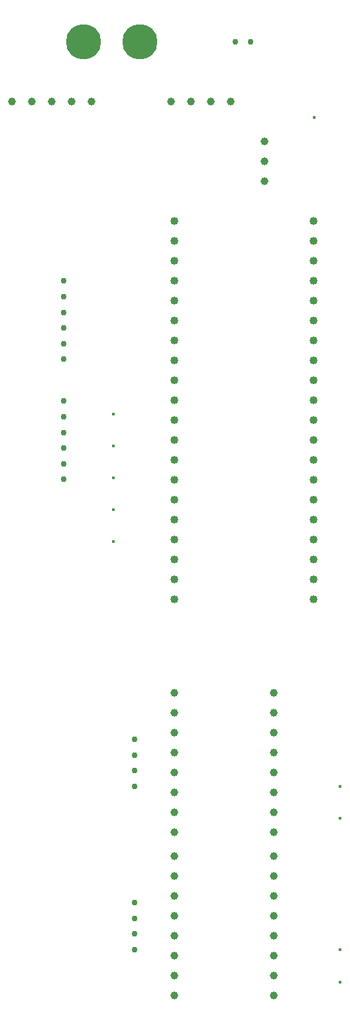
<source format=gbr>
%TF.GenerationSoftware,KiCad,Pcbnew,(6.0.11)*%
%TF.CreationDate,2023-04-04T20:38:14-04:00*%
%TF.ProjectId,ProtogenBackpackPCB,50726f74-6f67-4656-9e42-61636b706163,rev?*%
%TF.SameCoordinates,Original*%
%TF.FileFunction,Plated,1,2,PTH,Drill*%
%TF.FilePolarity,Positive*%
%FSLAX46Y46*%
G04 Gerber Fmt 4.6, Leading zero omitted, Abs format (unit mm)*
G04 Created by KiCad (PCBNEW (6.0.11)) date 2023-04-04 20:38:14*
%MOMM*%
%LPD*%
G01*
G04 APERTURE LIST*
%TA.AperFunction,ViaDrill*%
%ADD10C,0.400000*%
%TD*%
%TA.AperFunction,ViaDrill*%
%ADD11C,0.406400*%
%TD*%
%TA.AperFunction,ComponentDrill*%
%ADD12C,0.750000*%
%TD*%
%TA.AperFunction,ComponentDrill*%
%ADD13C,1.000000*%
%TD*%
%TA.AperFunction,ComponentDrill*%
%ADD14C,1.020000*%
%TD*%
%TA.AperFunction,ComponentDrill*%
%ADD15C,4.500000*%
%TD*%
G04 APERTURE END LIST*
D10*
X161290000Y-128016000D03*
X161290000Y-132080000D03*
X161290000Y-148844000D03*
X161290000Y-152938000D03*
D11*
X132334000Y-80518000D03*
X132334000Y-84582000D03*
X132334000Y-88646000D03*
X132334000Y-92710000D03*
X132334000Y-96774000D03*
X157988000Y-42672000D03*
D12*
%TO.C,J4*%
X125942000Y-78820000D03*
X125942000Y-80820000D03*
X125942000Y-82820000D03*
X125942000Y-84820000D03*
X125942000Y-86820000D03*
X125942000Y-88820000D03*
%TO.C,J5*%
X125984000Y-63500000D03*
X125984000Y-65500000D03*
X125984000Y-67500000D03*
X125984000Y-69500000D03*
X125984000Y-71500000D03*
X125984000Y-73500000D03*
%TO.C,M2*%
X135043000Y-121968000D03*
X135043000Y-123968000D03*
X135043000Y-125968000D03*
X135043000Y-127968000D03*
%TO.C,M1*%
X135043000Y-142796000D03*
X135043000Y-144796000D03*
X135043000Y-146796000D03*
X135043000Y-148796000D03*
%TO.C,SW1*%
X147860000Y-33020000D03*
X149860000Y-33020000D03*
D13*
%TO.C,J2*%
X119380000Y-40640000D03*
X121920000Y-40640000D03*
X124460000Y-40640000D03*
X127000000Y-40640000D03*
X129540000Y-40640000D03*
%TO.C,J1*%
X139700000Y-40640000D03*
%TO.C,U3*%
X140079500Y-116078000D03*
X140079500Y-118618000D03*
X140079500Y-121158000D03*
X140079500Y-123698000D03*
X140079500Y-126238000D03*
X140079500Y-128778000D03*
X140079500Y-131318000D03*
X140079500Y-133858000D03*
%TO.C,U2*%
X140081000Y-136906000D03*
X140081000Y-139446000D03*
X140081000Y-141986000D03*
X140081000Y-144526000D03*
X140081000Y-147066000D03*
X140081000Y-149606000D03*
X140081000Y-152146000D03*
X140081000Y-154686000D03*
%TO.C,J1*%
X142240000Y-40640000D03*
X144780000Y-40640000D03*
X147320000Y-40640000D03*
%TO.C,J3*%
X151613000Y-45705000D03*
X151613000Y-48245000D03*
X151613000Y-50785000D03*
%TO.C,U3*%
X152779500Y-116078000D03*
X152779500Y-118618000D03*
X152779500Y-121158000D03*
X152779500Y-123698000D03*
X152779500Y-126238000D03*
X152779500Y-128778000D03*
X152779500Y-131318000D03*
X152779500Y-133858000D03*
%TO.C,U2*%
X152781000Y-136906000D03*
X152781000Y-139446000D03*
X152781000Y-141986000D03*
X152781000Y-144526000D03*
X152781000Y-147066000D03*
X152781000Y-149606000D03*
X152781000Y-152146000D03*
X152781000Y-154686000D03*
D14*
%TO.C,U1*%
X140081000Y-55880000D03*
X140081000Y-58420000D03*
X140081000Y-60960000D03*
X140081000Y-63500000D03*
X140081000Y-66040000D03*
X140081000Y-68580000D03*
X140081000Y-71120000D03*
X140081000Y-73660000D03*
X140081000Y-76200000D03*
X140081000Y-78740000D03*
X140081000Y-81280000D03*
X140081000Y-83820000D03*
X140081000Y-86360000D03*
X140081000Y-88900000D03*
X140081000Y-91440000D03*
X140081000Y-93980000D03*
X140081000Y-96520000D03*
X140081000Y-99060000D03*
X140081000Y-101600000D03*
X140081000Y-104140000D03*
X157861000Y-55880000D03*
X157861000Y-58420000D03*
X157861000Y-60960000D03*
X157861000Y-63500000D03*
X157861000Y-66040000D03*
X157861000Y-68580000D03*
X157861000Y-71120000D03*
X157861000Y-73660000D03*
X157861000Y-76200000D03*
X157861000Y-78740000D03*
X157861000Y-81280000D03*
X157861000Y-83820000D03*
X157861000Y-86360000D03*
X157861000Y-88900000D03*
X157861000Y-91440000D03*
X157861000Y-93980000D03*
X157861000Y-96520000D03*
X157861000Y-99060000D03*
X157861000Y-101600000D03*
X157861000Y-104140000D03*
D15*
%TO.C,BT1*%
X128480000Y-33020000D03*
X135680000Y-33020000D03*
M02*

</source>
